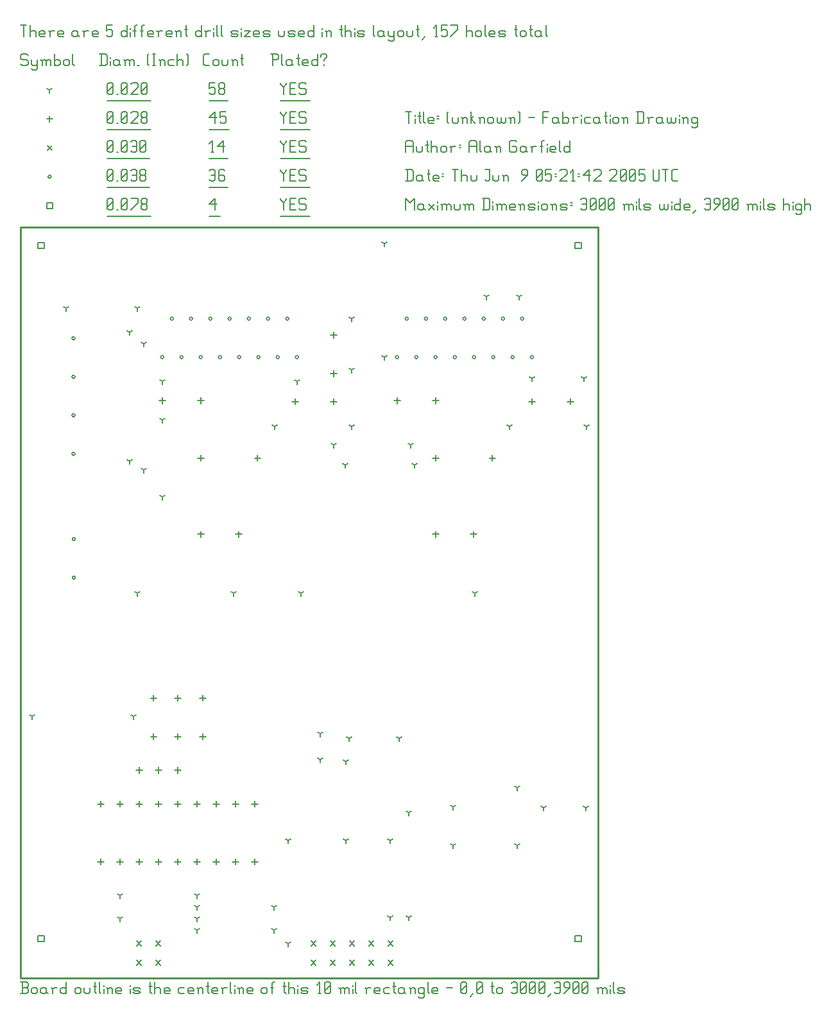
<source format=gbr>
G04 Title: (unknown), Fabrication Drawing *
G04 Creator: pcb-bin 20050315 *
G04 CreationDate: Thu Jun  9 05:21:42 2005 UTC *
G04 For: alan *
G04 Format: Gerber/RS-274X *
G04 PCB-Dimensions: 300000 390000 *
G04 PCB-Coordinate-Origin: lower left *
%MOIN*%
%FSLAX24Y24*%
%IPPOS*%
%ADD11C,0.0250*%
%ADD12C,0.0450*%
%ADD13C,0.0850*%
%ADD14C,0.0700*%
%ADD15C,0.1100*%
%ADD16C,0.0750*%
%ADD17C,0.0810*%
%ADD18C,0.0870*%
%ADD19C,0.1850*%
%ADD20C,0.1270*%
%ADD21C,0.1030*%
%ADD22C,0.0690*%
%ADD23C,0.1470*%
%ADD24C,0.1630*%
%ADD25C,0.1770*%
%ADD26C,0.1400*%
%ADD27R,0.0700X0.0700*%
%ADD28C,0.1000X0.0700*%
%ADD29C,0.1000*%
%ADD30C,0.0100*%
%ADD31C,0.0080*%
%ADD32C,0.0150*%
%ADD33C,0.0210*%
%AMTHERM1*7,0,0,0.0900,0.0700,0.0210,45*%
%ADD34THERM1*%
%ADD35R,0.0600X0.0600*%
%ADD36C,0.0600*%
%ADD37C,0.0200*%
%ADD38R,0.0660X0.0660*%
%ADD39C,0.0660*%
%ADD40C,0.0900*%
%ADD41C,0.0900X0.0700*%
%ADD42R,0.0900X0.0900X0.0700X0.0700*%
%ADD43R,0.0900X0.0900*%
%AMTHERM2*7,0,0,0.0900,0.0600,0.0200,45*%
%ADD44THERM2*%
%AMTHERM3*7,0,0,0.0840,0.0700,0.0210,45*%
%ADD45THERM3*%
%ADD46C,0.0901*%
%ADD47C,0.0800*%
%ADD48C,0.1000X0.0800*%
%ADD49C,0.0128*%
%ADD50C,0.0084*%
%ADD51C,0.0650*%
%ADD52C,0.1700*%
%ADD53C,0.1080*%
%ADD54C,0.1080X0.0650*%
%ADD55C,0.0225*%
%AMTHERM4*7,0,0,0.0900,0.0650,0.0225,45*%
%ADD56THERM4*%
%ADD57C,0.0900X0.0650*%
%ADD58C,0.1060*%
%ADD59C,0.1060X0.0650*%
%ADD60C,0.1160*%
%ADD61C,0.1160X0.0650*%
%LNGROUP_1*%
%LPD*%
G01X0Y0D02*
G54D31*X890Y2210D02*X1210D01*
X890D02*Y1890D01*
X1210D01*
Y2210D02*Y1890D01*
X890Y38210D02*X1210D01*
X890D02*Y37890D01*
X1210D01*
Y38210D02*Y37890D01*
X28790Y2210D02*X29110D01*
X28790D02*Y1890D01*
X29110D01*
Y2210D02*Y1890D01*
X28790Y38210D02*X29110D01*
X28790D02*Y37890D01*
X29110D01*
Y38210D02*Y37890D01*
X1340Y40285D02*X1660D01*
X1340D02*Y39965D01*
X1660D01*
Y40285D02*Y39965D01*
G04 Text: YES *
X13500Y40500D02*Y40425D01*
X13650Y40275D01*
X13800Y40425D01*
Y40500D02*Y40425D01*
X13650Y40275D02*Y39900D01*
X13980Y40200D02*X14205D01*
X13980Y39900D02*X14280D01*
X13980Y40500D02*Y39900D01*
Y40500D02*X14280D01*
X14760D02*X14835Y40425D01*
X14535Y40500D02*X14760D01*
X14460Y40425D02*X14535Y40500D01*
X14460Y40425D02*Y40275D01*
X14535Y40200D01*
X14760D01*
X14835Y40125D01*
Y39975D01*
X14760Y39900D02*X14835Y39975D01*
X14535Y39900D02*X14760D01*
X14460Y39975D02*X14535Y39900D01*
X13500Y39574D02*X15015D01*
G04 Text: 4 *
X9800Y40200D02*X10100Y40500D01*
X9800Y40200D02*X10175D01*
X10100Y40500D02*Y39900D01*
X9800Y39574D02*X10355D01*
G04 Text: 0.078 *
X4500Y39975D02*X4575Y39900D01*
X4500Y40425D02*Y39975D01*
Y40425D02*X4575Y40500D01*
X4725D01*
X4800Y40425D01*
Y39975D01*
X4725Y39900D02*X4800Y39975D01*
X4575Y39900D02*X4725D01*
X4500Y40050D02*X4800Y40350D01*
X4980Y39900D02*X5055D01*
X5235Y39975D02*X5310Y39900D01*
X5235Y40425D02*Y39975D01*
Y40425D02*X5310Y40500D01*
X5460D01*
X5535Y40425D01*
Y39975D01*
X5460Y39900D02*X5535Y39975D01*
X5310Y39900D02*X5460D01*
X5235Y40050D02*X5535Y40350D01*
X5715Y39900D02*X6090Y40275D01*
Y40500D02*Y40275D01*
X5715Y40500D02*X6090D01*
X6270Y39975D02*X6345Y39900D01*
X6270Y40125D02*Y39975D01*
Y40125D02*X6345Y40200D01*
X6495D01*
X6570Y40125D01*
Y39975D01*
X6495Y39900D02*X6570Y39975D01*
X6345Y39900D02*X6495D01*
X6270Y40275D02*X6345Y40200D01*
X6270Y40425D02*Y40275D01*
Y40425D02*X6345Y40500D01*
X6495D01*
X6570Y40425D01*
Y40275D01*
X6495Y40200D02*X6570Y40275D01*
X4500Y39574D02*X6750D01*
X2670Y20800D02*G75*G03X2830Y20800I80J0D01*G01*
G75*G03X2670Y20800I-80J0D01*G01*
Y22800D02*G75*G03X2830Y22800I80J0D01*G01*
G75*G03X2670Y22800I-80J0D01*G01*
X2656Y27231D02*G75*G03X2816Y27231I80J0D01*G01*
G75*G03X2656Y27231I-80J0D01*G01*
Y29231D02*G75*G03X2816Y29231I80J0D01*G01*
G75*G03X2656Y29231I-80J0D01*G01*
Y31231D02*G75*G03X2816Y31231I80J0D01*G01*
G75*G03X2656Y31231I-80J0D01*G01*
Y33231D02*G75*G03X2816Y33231I80J0D01*G01*
G75*G03X2656Y33231I-80J0D01*G01*
X7270Y32250D02*G75*G03X7430Y32250I80J0D01*G01*
G75*G03X7270Y32250I-80J0D01*G01*
X7770Y34250D02*G75*G03X7930Y34250I80J0D01*G01*
G75*G03X7770Y34250I-80J0D01*G01*
X8270Y32250D02*G75*G03X8430Y32250I80J0D01*G01*
G75*G03X8270Y32250I-80J0D01*G01*
X8770Y34250D02*G75*G03X8930Y34250I80J0D01*G01*
G75*G03X8770Y34250I-80J0D01*G01*
X9270Y32250D02*G75*G03X9430Y32250I80J0D01*G01*
G75*G03X9270Y32250I-80J0D01*G01*
X9770Y34250D02*G75*G03X9930Y34250I80J0D01*G01*
G75*G03X9770Y34250I-80J0D01*G01*
X10270Y32250D02*G75*G03X10430Y32250I80J0D01*G01*
G75*G03X10270Y32250I-80J0D01*G01*
X10770Y34250D02*G75*G03X10930Y34250I80J0D01*G01*
G75*G03X10770Y34250I-80J0D01*G01*
X11270Y32250D02*G75*G03X11430Y32250I80J0D01*G01*
G75*G03X11270Y32250I-80J0D01*G01*
X11770Y34250D02*G75*G03X11930Y34250I80J0D01*G01*
G75*G03X11770Y34250I-80J0D01*G01*
X12270Y32250D02*G75*G03X12430Y32250I80J0D01*G01*
G75*G03X12270Y32250I-80J0D01*G01*
X12770Y34250D02*G75*G03X12930Y34250I80J0D01*G01*
G75*G03X12770Y34250I-80J0D01*G01*
X13270Y32250D02*G75*G03X13430Y32250I80J0D01*G01*
G75*G03X13270Y32250I-80J0D01*G01*
X13770Y34250D02*G75*G03X13930Y34250I80J0D01*G01*
G75*G03X13770Y34250I-80J0D01*G01*
X14270Y32250D02*G75*G03X14430Y32250I80J0D01*G01*
G75*G03X14270Y32250I-80J0D01*G01*
X19470D02*G75*G03X19630Y32250I80J0D01*G01*
G75*G03X19470Y32250I-80J0D01*G01*
X19970Y34250D02*G75*G03X20130Y34250I80J0D01*G01*
G75*G03X19970Y34250I-80J0D01*G01*
X20470Y32250D02*G75*G03X20630Y32250I80J0D01*G01*
G75*G03X20470Y32250I-80J0D01*G01*
X20970Y34250D02*G75*G03X21130Y34250I80J0D01*G01*
G75*G03X20970Y34250I-80J0D01*G01*
X21470Y32250D02*G75*G03X21630Y32250I80J0D01*G01*
G75*G03X21470Y32250I-80J0D01*G01*
X21970Y34250D02*G75*G03X22130Y34250I80J0D01*G01*
G75*G03X21970Y34250I-80J0D01*G01*
X22470Y32250D02*G75*G03X22630Y32250I80J0D01*G01*
G75*G03X22470Y32250I-80J0D01*G01*
X22970Y34250D02*G75*G03X23130Y34250I80J0D01*G01*
G75*G03X22970Y34250I-80J0D01*G01*
X23470Y32250D02*G75*G03X23630Y32250I80J0D01*G01*
G75*G03X23470Y32250I-80J0D01*G01*
X23970Y34250D02*G75*G03X24130Y34250I80J0D01*G01*
G75*G03X23970Y34250I-80J0D01*G01*
X24470Y32250D02*G75*G03X24630Y32250I80J0D01*G01*
G75*G03X24470Y32250I-80J0D01*G01*
X24970Y34250D02*G75*G03X25130Y34250I80J0D01*G01*
G75*G03X24970Y34250I-80J0D01*G01*
X25470Y32250D02*G75*G03X25630Y32250I80J0D01*G01*
G75*G03X25470Y32250I-80J0D01*G01*
X25970Y34250D02*G75*G03X26130Y34250I80J0D01*G01*
G75*G03X25970Y34250I-80J0D01*G01*
X26470Y32250D02*G75*G03X26630Y32250I80J0D01*G01*
G75*G03X26470Y32250I-80J0D01*G01*
X1420Y41625D02*G75*G03X1580Y41625I80J0D01*G01*
G75*G03X1420Y41625I-80J0D01*G01*
G04 Text: YES *
X13500Y42000D02*Y41925D01*
X13650Y41775D01*
X13800Y41925D01*
Y42000D02*Y41925D01*
X13650Y41775D02*Y41400D01*
X13980Y41700D02*X14205D01*
X13980Y41400D02*X14280D01*
X13980Y42000D02*Y41400D01*
Y42000D02*X14280D01*
X14760D02*X14835Y41925D01*
X14535Y42000D02*X14760D01*
X14460Y41925D02*X14535Y42000D01*
X14460Y41925D02*Y41775D01*
X14535Y41700D01*
X14760D01*
X14835Y41625D01*
Y41475D01*
X14760Y41400D02*X14835Y41475D01*
X14535Y41400D02*X14760D01*
X14460Y41475D02*X14535Y41400D01*
X13500Y41074D02*X15015D01*
G04 Text: 36 *
X9800Y41925D02*X9875Y42000D01*
X10025D01*
X10100Y41925D01*
Y41475D01*
X10025Y41400D02*X10100Y41475D01*
X9875Y41400D02*X10025D01*
X9800Y41475D02*X9875Y41400D01*
Y41700D02*X10100D01*
X10505Y42000D02*X10580Y41925D01*
X10355Y42000D02*X10505D01*
X10280Y41925D02*X10355Y42000D01*
X10280Y41925D02*Y41475D01*
X10355Y41400D01*
X10505Y41700D02*X10580Y41625D01*
X10280Y41700D02*X10505D01*
X10355Y41400D02*X10505D01*
X10580Y41475D01*
Y41625D02*Y41475D01*
X9800Y41074D02*X10760D01*
G04 Text: 0.038 *
X4500Y41475D02*X4575Y41400D01*
X4500Y41925D02*Y41475D01*
Y41925D02*X4575Y42000D01*
X4725D01*
X4800Y41925D01*
Y41475D01*
X4725Y41400D02*X4800Y41475D01*
X4575Y41400D02*X4725D01*
X4500Y41550D02*X4800Y41850D01*
X4980Y41400D02*X5055D01*
X5235Y41475D02*X5310Y41400D01*
X5235Y41925D02*Y41475D01*
Y41925D02*X5310Y42000D01*
X5460D01*
X5535Y41925D01*
Y41475D01*
X5460Y41400D02*X5535Y41475D01*
X5310Y41400D02*X5460D01*
X5235Y41550D02*X5535Y41850D01*
X5715Y41925D02*X5790Y42000D01*
X5940D01*
X6015Y41925D01*
Y41475D01*
X5940Y41400D02*X6015Y41475D01*
X5790Y41400D02*X5940D01*
X5715Y41475D02*X5790Y41400D01*
Y41700D02*X6015D01*
X6195Y41475D02*X6270Y41400D01*
X6195Y41625D02*Y41475D01*
Y41625D02*X6270Y41700D01*
X6420D01*
X6495Y41625D01*
Y41475D01*
X6420Y41400D02*X6495Y41475D01*
X6270Y41400D02*X6420D01*
X6195Y41775D02*X6270Y41700D01*
X6195Y41925D02*Y41775D01*
Y41925D02*X6270Y42000D01*
X6420D01*
X6495Y41925D01*
Y41775D01*
X6420Y41700D02*X6495Y41775D01*
X4500Y41074D02*X6675D01*
X7030Y1920D02*X7270Y1680D01*
X7030D02*X7270Y1920D01*
X7030Y920D02*X7270Y680D01*
X7030D02*X7270Y920D01*
X19080Y1920D02*X19320Y1680D01*
X19080D02*X19320Y1920D01*
X19080Y920D02*X19320Y680D01*
X19080D02*X19320Y920D01*
X18080Y1920D02*X18320Y1680D01*
X18080D02*X18320Y1920D01*
X18080Y920D02*X18320Y680D01*
X18080D02*X18320Y920D01*
X17080Y1920D02*X17320Y1680D01*
X17080D02*X17320Y1920D01*
X17080Y920D02*X17320Y680D01*
X17080D02*X17320Y920D01*
X16080Y1920D02*X16320Y1680D01*
X16080D02*X16320Y1920D01*
X16080Y920D02*X16320Y680D01*
X16080D02*X16320Y920D01*
X15080Y1920D02*X15320Y1680D01*
X15080D02*X15320Y1920D01*
X15080Y920D02*X15320Y680D01*
X15080D02*X15320Y920D01*
X6030Y1920D02*X6270Y1680D01*
X6030D02*X6270Y1920D01*
X6030Y920D02*X6270Y680D01*
X6030D02*X6270Y920D01*
X1380Y43245D02*X1620Y43005D01*
X1380D02*X1620Y43245D01*
G04 Text: YES *
X13500Y43500D02*Y43425D01*
X13650Y43275D01*
X13800Y43425D01*
Y43500D02*Y43425D01*
X13650Y43275D02*Y42900D01*
X13980Y43200D02*X14205D01*
X13980Y42900D02*X14280D01*
X13980Y43500D02*Y42900D01*
Y43500D02*X14280D01*
X14760D02*X14835Y43425D01*
X14535Y43500D02*X14760D01*
X14460Y43425D02*X14535Y43500D01*
X14460Y43425D02*Y43275D01*
X14535Y43200D01*
X14760D01*
X14835Y43125D01*
Y42975D01*
X14760Y42900D02*X14835Y42975D01*
X14535Y42900D02*X14760D01*
X14460Y42975D02*X14535Y42900D01*
X13500Y42574D02*X15015D01*
G04 Text: 14 *
X9875Y42900D02*X10025D01*
X9950Y43500D02*Y42900D01*
X9800Y43350D02*X9950Y43500D01*
X10205Y43200D02*X10505Y43500D01*
X10205Y43200D02*X10580D01*
X10505Y43500D02*Y42900D01*
X9800Y42574D02*X10760D01*
G04 Text: 0.030 *
X4500Y42975D02*X4575Y42900D01*
X4500Y43425D02*Y42975D01*
Y43425D02*X4575Y43500D01*
X4725D01*
X4800Y43425D01*
Y42975D01*
X4725Y42900D02*X4800Y42975D01*
X4575Y42900D02*X4725D01*
X4500Y43050D02*X4800Y43350D01*
X4980Y42900D02*X5055D01*
X5235Y42975D02*X5310Y42900D01*
X5235Y43425D02*Y42975D01*
Y43425D02*X5310Y43500D01*
X5460D01*
X5535Y43425D01*
Y42975D01*
X5460Y42900D02*X5535Y42975D01*
X5310Y42900D02*X5460D01*
X5235Y43050D02*X5535Y43350D01*
X5715Y43425D02*X5790Y43500D01*
X5940D01*
X6015Y43425D01*
Y42975D01*
X5940Y42900D02*X6015Y42975D01*
X5790Y42900D02*X5940D01*
X5715Y42975D02*X5790Y42900D01*
Y43200D02*X6015D01*
X6195Y42975D02*X6270Y42900D01*
X6195Y43425D02*Y42975D01*
Y43425D02*X6270Y43500D01*
X6420D01*
X6495Y43425D01*
Y42975D01*
X6420Y42900D02*X6495Y42975D01*
X6270Y42900D02*X6420D01*
X6195Y43050D02*X6495Y43350D01*
X4500Y42574D02*X6675D01*
X8150Y10960D02*Y10640D01*
X7990Y10800D02*X8310D01*
X7150Y10960D02*Y10640D01*
X6990Y10800D02*X7310D01*
X6150Y10960D02*Y10640D01*
X5990Y10800D02*X6310D01*
X9450Y14710D02*Y14390D01*
X9290Y14550D02*X9610D01*
X9450Y12710D02*Y12390D01*
X9290Y12550D02*X9610D01*
X4150Y6210D02*Y5890D01*
X3990Y6050D02*X4310D01*
X5150Y6210D02*Y5890D01*
X4990Y6050D02*X5310D01*
X6150Y6210D02*Y5890D01*
X5990Y6050D02*X6310D01*
X7150Y6210D02*Y5890D01*
X6990Y6050D02*X7310D01*
X8150Y6210D02*Y5890D01*
X7990Y6050D02*X8310D01*
X9150Y6210D02*Y5890D01*
X8990Y6050D02*X9310D01*
X10150Y6210D02*Y5890D01*
X9990Y6050D02*X10310D01*
X11150Y6210D02*Y5890D01*
X10990Y6050D02*X11310D01*
X12150Y6210D02*Y5890D01*
X11990Y6050D02*X12310D01*
X12150Y9210D02*Y8890D01*
X11990Y9050D02*X12310D01*
X11150Y9210D02*Y8890D01*
X10990Y9050D02*X11310D01*
X10150Y9210D02*Y8890D01*
X9990Y9050D02*X10310D01*
X9150Y9210D02*Y8890D01*
X8990Y9050D02*X9310D01*
X8150Y9210D02*Y8890D01*
X7990Y9050D02*X8310D01*
X7150Y9210D02*Y8890D01*
X6990Y9050D02*X7310D01*
X6150Y9210D02*Y8890D01*
X5990Y9050D02*X6310D01*
X5150Y9210D02*Y8890D01*
X4990Y9050D02*X5310D01*
X4150Y9210D02*Y8890D01*
X3990Y9050D02*X4310D01*
X8150Y12710D02*Y12390D01*
X7990Y12550D02*X8310D01*
X8150Y14710D02*Y14390D01*
X7990Y14550D02*X8310D01*
X12302Y27174D02*Y26854D01*
X12142Y27014D02*X12462D01*
X9354Y27175D02*Y26855D01*
X9194Y27015D02*X9514D01*
X9350Y30160D02*Y29840D01*
X9190Y30000D02*X9510D01*
X7350Y30160D02*Y29840D01*
X7190Y30000D02*X7510D01*
X16250Y31560D02*Y31240D01*
X16090Y31400D02*X16410D01*
X16250Y33560D02*Y33240D01*
X16090Y33400D02*X16410D01*
X23525Y23219D02*Y22899D01*
X23365Y23059D02*X23685D01*
X21556Y23219D02*Y22899D01*
X21396Y23059D02*X21716D01*
X16250Y30110D02*Y29790D01*
X16090Y29950D02*X16410D01*
X14250Y30110D02*Y29790D01*
X14090Y29950D02*X14410D01*
X28550Y30110D02*Y29790D01*
X28390Y29950D02*X28710D01*
X26550Y30110D02*Y29790D01*
X26390Y29950D02*X26710D01*
X11325Y23219D02*Y22899D01*
X11165Y23059D02*X11485D01*
X9356Y23219D02*Y22899D01*
X9196Y23059D02*X9516D01*
X21550Y30160D02*Y29840D01*
X21390Y30000D02*X21710D01*
X19550Y30160D02*Y29840D01*
X19390Y30000D02*X19710D01*
X24502Y27174D02*Y26854D01*
X24342Y27014D02*X24662D01*
X21554Y27175D02*Y26855D01*
X21394Y27015D02*X21714D01*
X6900Y14710D02*Y14390D01*
X6740Y14550D02*X7060D01*
X6900Y12710D02*Y12390D01*
X6740Y12550D02*X7060D01*
X1500Y44785D02*Y44465D01*
X1340Y44625D02*X1660D01*
G04 Text: YES *
X13500Y45000D02*Y44925D01*
X13650Y44775D01*
X13800Y44925D01*
Y45000D02*Y44925D01*
X13650Y44775D02*Y44400D01*
X13980Y44700D02*X14205D01*
X13980Y44400D02*X14280D01*
X13980Y45000D02*Y44400D01*
Y45000D02*X14280D01*
X14760D02*X14835Y44925D01*
X14535Y45000D02*X14760D01*
X14460Y44925D02*X14535Y45000D01*
X14460Y44925D02*Y44775D01*
X14535Y44700D01*
X14760D01*
X14835Y44625D01*
Y44475D01*
X14760Y44400D02*X14835Y44475D01*
X14535Y44400D02*X14760D01*
X14460Y44475D02*X14535Y44400D01*
X13500Y44074D02*X15015D01*
G04 Text: 45 *
X9800Y44700D02*X10100Y45000D01*
X9800Y44700D02*X10175D01*
X10100Y45000D02*Y44400D01*
X10355Y45000D02*X10655D01*
X10355D02*Y44700D01*
X10430Y44775D01*
X10580D01*
X10655Y44700D01*
Y44475D01*
X10580Y44400D02*X10655Y44475D01*
X10430Y44400D02*X10580D01*
X10355Y44475D02*X10430Y44400D01*
X9800Y44074D02*X10835D01*
G04 Text: 0.028 *
X4500Y44475D02*X4575Y44400D01*
X4500Y44925D02*Y44475D01*
Y44925D02*X4575Y45000D01*
X4725D01*
X4800Y44925D01*
Y44475D01*
X4725Y44400D02*X4800Y44475D01*
X4575Y44400D02*X4725D01*
X4500Y44550D02*X4800Y44850D01*
X4980Y44400D02*X5055D01*
X5235Y44475D02*X5310Y44400D01*
X5235Y44925D02*Y44475D01*
Y44925D02*X5310Y45000D01*
X5460D01*
X5535Y44925D01*
Y44475D01*
X5460Y44400D02*X5535Y44475D01*
X5310Y44400D02*X5460D01*
X5235Y44550D02*X5535Y44850D01*
X5715Y44925D02*X5790Y45000D01*
X6015D01*
X6090Y44925D01*
Y44775D01*
X5715Y44400D02*X6090Y44775D01*
X5715Y44400D02*X6090D01*
X6270Y44475D02*X6345Y44400D01*
X6270Y44625D02*Y44475D01*
Y44625D02*X6345Y44700D01*
X6495D01*
X6570Y44625D01*
Y44475D01*
X6495Y44400D02*X6570Y44475D01*
X6345Y44400D02*X6495D01*
X6270Y44775D02*X6345Y44700D01*
X6270Y44925D02*Y44775D01*
Y44925D02*X6345Y45000D01*
X6495D01*
X6570Y44925D01*
Y44775D01*
X6495Y44700D02*X6570Y44775D01*
X4500Y44074D02*X6750D01*
X22450Y6900D02*Y6740D01*
Y6900D02*X22588Y6980D01*
X22450Y6900D02*X22311Y6980D01*
X22450Y8900D02*Y8740D01*
Y8900D02*X22588Y8980D01*
X22450Y8900D02*X22311Y8980D01*
X13150Y2500D02*Y2340D01*
Y2500D02*X13288Y2580D01*
X13150Y2500D02*X13011Y2580D01*
X9150Y2500D02*Y2340D01*
Y2500D02*X9288Y2580D01*
X9150Y2500D02*X9011Y2580D01*
X5150Y3100D02*Y2940D01*
Y3100D02*X5288Y3180D01*
X5150Y3100D02*X5011Y3180D01*
X9150Y3100D02*Y2940D01*
Y3100D02*X9288Y3180D01*
X9150Y3100D02*X9011Y3180D01*
X5150Y4300D02*Y4140D01*
Y4300D02*X5288Y4380D01*
X5150Y4300D02*X5011Y4380D01*
X9150Y4300D02*Y4140D01*
Y4300D02*X9288Y4380D01*
X9150Y4300D02*X9011Y4380D01*
X13150Y3700D02*Y3540D01*
Y3700D02*X13288Y3780D01*
X13150Y3700D02*X13011Y3780D01*
X9150Y3700D02*Y3540D01*
Y3700D02*X9288Y3780D01*
X9150Y3700D02*X9011Y3780D01*
X17200Y28650D02*Y28490D01*
Y28650D02*X17338Y28730D01*
X17200Y28650D02*X17061Y28730D01*
X13200Y28650D02*Y28490D01*
Y28650D02*X13338Y28730D01*
X13200Y28650D02*X13061Y28730D01*
X29400Y28650D02*Y28490D01*
Y28650D02*X29538Y28730D01*
X29400Y28650D02*X29261Y28730D01*
X25400Y28650D02*Y28490D01*
Y28650D02*X25538Y28730D01*
X25400Y28650D02*X25261Y28730D01*
X19200Y3150D02*Y2990D01*
Y3150D02*X19338Y3230D01*
X19200Y3150D02*X19061Y3230D01*
X19200Y7150D02*Y6990D01*
Y7150D02*X19338Y7230D01*
X19200Y7150D02*X19061Y7230D01*
X16250Y27700D02*Y27540D01*
Y27700D02*X16388Y27780D01*
X16250Y27700D02*X16111Y27780D01*
X20250Y27700D02*Y27540D01*
Y27700D02*X20388Y27780D01*
X20250Y27700D02*X20111Y27780D01*
X7350Y25000D02*Y24840D01*
Y25000D02*X7488Y25080D01*
X7350Y25000D02*X7211Y25080D01*
X7350Y29000D02*Y28840D01*
Y29000D02*X7488Y29080D01*
X7350Y29000D02*X7211Y29080D01*
X13900Y1800D02*Y1640D01*
Y1800D02*X14038Y1880D01*
X13900Y1800D02*X13761Y1880D01*
X15550Y11350D02*Y11190D01*
Y11350D02*X15688Y11430D01*
X15550Y11350D02*X15411Y11430D01*
X5650Y33550D02*Y33390D01*
Y33550D02*X5788Y33630D01*
X5650Y33550D02*X5511Y33630D01*
X6400Y32950D02*Y32790D01*
Y32950D02*X6538Y33030D01*
X6400Y32950D02*X6261Y33030D01*
X5650Y26850D02*Y26690D01*
Y26850D02*X5788Y26930D01*
X5650Y26850D02*X5511Y26930D01*
X6400Y26400D02*Y26240D01*
Y26400D02*X6538Y26480D01*
X6400Y26400D02*X6261Y26480D01*
X14350Y31000D02*Y30840D01*
Y31000D02*X14488Y31080D01*
X14350Y31000D02*X14211Y31080D01*
X17200Y34250D02*Y34090D01*
Y34250D02*X17338Y34330D01*
X17200Y34250D02*X17061Y34330D01*
X17200Y31600D02*Y31440D01*
Y31600D02*X17338Y31680D01*
X17200Y31600D02*X17061Y31680D01*
X25900Y35400D02*Y35240D01*
Y35400D02*X26038Y35480D01*
X25900Y35400D02*X25761Y35480D01*
X20450Y26650D02*Y26490D01*
Y26650D02*X20588Y26730D01*
X20450Y26650D02*X20311Y26730D01*
X16850Y26650D02*Y26490D01*
Y26650D02*X16988Y26730D01*
X16850Y26650D02*X16711Y26730D01*
X18900Y32250D02*Y32090D01*
Y32250D02*X19038Y32330D01*
X18900Y32250D02*X18761Y32330D01*
X18900Y38150D02*Y37990D01*
Y38150D02*X19038Y38230D01*
X18900Y38150D02*X18761Y38230D01*
X7350Y31000D02*Y30840D01*
Y31000D02*X7488Y31080D01*
X7350Y31000D02*X7211Y31080D01*
X29250Y31150D02*Y30990D01*
Y31150D02*X29388Y31230D01*
X29250Y31150D02*X29111Y31230D01*
X26550Y31150D02*Y30990D01*
Y31150D02*X26688Y31230D01*
X26550Y31150D02*X26411Y31230D01*
X15550Y12700D02*Y12540D01*
Y12700D02*X15688Y12780D01*
X15550Y12700D02*X15411Y12780D01*
X29350Y8850D02*Y8690D01*
Y8850D02*X29488Y8930D01*
X29350Y8850D02*X29211Y8930D01*
X6050Y20000D02*Y19840D01*
Y20000D02*X6188Y20080D01*
X6050Y20000D02*X5911Y20080D01*
X11050Y20000D02*Y19840D01*
Y20000D02*X11188Y20080D01*
X11050Y20000D02*X10911Y20080D01*
X14550Y20000D02*Y19840D01*
Y20000D02*X14688Y20080D01*
X14550Y20000D02*X14411Y20080D01*
X23600Y20000D02*Y19840D01*
Y20000D02*X23738Y20080D01*
X23600Y20000D02*X23461Y20080D01*
X19650Y12450D02*Y12290D01*
Y12450D02*X19788Y12530D01*
X19650Y12450D02*X19511Y12530D01*
X24200Y35400D02*Y35240D01*
Y35400D02*X24338Y35480D01*
X24200Y35400D02*X24061Y35480D01*
X27150Y8850D02*Y8690D01*
Y8850D02*X27288Y8930D01*
X27150Y8850D02*X27011Y8930D01*
X2350Y34800D02*Y34640D01*
Y34800D02*X2488Y34880D01*
X2350Y34800D02*X2211Y34880D01*
X6050Y34800D02*Y34640D01*
Y34800D02*X6188Y34880D01*
X6050Y34800D02*X5911Y34880D01*
X600Y13600D02*Y13440D01*
Y13600D02*X738Y13680D01*
X600Y13600D02*X461Y13680D01*
X13900Y7150D02*Y6990D01*
Y7150D02*X14038Y7230D01*
X13900Y7150D02*X13761Y7230D01*
X5850Y13600D02*Y13440D01*
Y13600D02*X5988Y13680D01*
X5850Y13600D02*X5711Y13680D01*
X16900Y11250D02*Y11090D01*
Y11250D02*X17038Y11330D01*
X16900Y11250D02*X16761Y11330D01*
X16900Y7150D02*Y6990D01*
Y7150D02*X17038Y7230D01*
X16900Y7150D02*X16761Y7230D01*
X20150Y3150D02*Y2990D01*
Y3150D02*X20288Y3230D01*
X20150Y3150D02*X20011Y3230D01*
X20150Y8600D02*Y8440D01*
Y8600D02*X20288Y8680D01*
X20150Y8600D02*X20011Y8680D01*
X17050Y12450D02*Y12290D01*
Y12450D02*X17188Y12530D01*
X17050Y12450D02*X16911Y12530D01*
X25800Y9900D02*Y9740D01*
Y9900D02*X25938Y9980D01*
X25800Y9900D02*X25661Y9980D01*
X25800Y6900D02*Y6740D01*
Y6900D02*X25938Y6980D01*
X25800Y6900D02*X25661Y6980D01*
X1500Y46125D02*Y45965D01*
Y46125D02*X1638Y46205D01*
X1500Y46125D02*X1361Y46205D01*
G04 Text: YES *
X13500Y46500D02*Y46425D01*
X13650Y46275D01*
X13800Y46425D01*
Y46500D02*Y46425D01*
X13650Y46275D02*Y45900D01*
X13980Y46200D02*X14205D01*
X13980Y45900D02*X14280D01*
X13980Y46500D02*Y45900D01*
Y46500D02*X14280D01*
X14760D02*X14835Y46425D01*
X14535Y46500D02*X14760D01*
X14460Y46425D02*X14535Y46500D01*
X14460Y46425D02*Y46275D01*
X14535Y46200D01*
X14760D01*
X14835Y46125D01*
Y45975D01*
X14760Y45900D02*X14835Y45975D01*
X14535Y45900D02*X14760D01*
X14460Y45975D02*X14535Y45900D01*
X13500Y45574D02*X15015D01*
G04 Text: 58 *
X9800Y46500D02*X10100D01*
X9800D02*Y46200D01*
X9875Y46275D01*
X10025D01*
X10100Y46200D01*
Y45975D01*
X10025Y45900D02*X10100Y45975D01*
X9875Y45900D02*X10025D01*
X9800Y45975D02*X9875Y45900D01*
X10280Y45975D02*X10355Y45900D01*
X10280Y46125D02*Y45975D01*
Y46125D02*X10355Y46200D01*
X10505D01*
X10580Y46125D01*
Y45975D01*
X10505Y45900D02*X10580Y45975D01*
X10355Y45900D02*X10505D01*
X10280Y46275D02*X10355Y46200D01*
X10280Y46425D02*Y46275D01*
Y46425D02*X10355Y46500D01*
X10505D01*
X10580Y46425D01*
Y46275D01*
X10505Y46200D02*X10580Y46275D01*
X9800Y45574D02*X10760D01*
G04 Text: 0.020 *
X4500Y45975D02*X4575Y45900D01*
X4500Y46425D02*Y45975D01*
Y46425D02*X4575Y46500D01*
X4725D01*
X4800Y46425D01*
Y45975D01*
X4725Y45900D02*X4800Y45975D01*
X4575Y45900D02*X4725D01*
X4500Y46050D02*X4800Y46350D01*
X4980Y45900D02*X5055D01*
X5235Y45975D02*X5310Y45900D01*
X5235Y46425D02*Y45975D01*
Y46425D02*X5310Y46500D01*
X5460D01*
X5535Y46425D01*
Y45975D01*
X5460Y45900D02*X5535Y45975D01*
X5310Y45900D02*X5460D01*
X5235Y46050D02*X5535Y46350D01*
X5715Y46425D02*X5790Y46500D01*
X6015D01*
X6090Y46425D01*
Y46275D01*
X5715Y45900D02*X6090Y46275D01*
X5715Y45900D02*X6090D01*
X6270Y45975D02*X6345Y45900D01*
X6270Y46425D02*Y45975D01*
Y46425D02*X6345Y46500D01*
X6495D01*
X6570Y46425D01*
Y45975D01*
X6495Y45900D02*X6570Y45975D01*
X6345Y45900D02*X6495D01*
X6270Y46050D02*X6570Y46350D01*
X4500Y45574D02*X6750D01*
G04 Text: Symbol *
X300Y48000D02*X375Y47925D01*
X75Y48000D02*X300D01*
X0Y47925D02*X75Y48000D01*
X0Y47925D02*Y47775D01*
X75Y47700D01*
X300D01*
X375Y47625D01*
Y47475D01*
X300Y47400D02*X375Y47475D01*
X75Y47400D02*X300D01*
X0Y47475D02*X75Y47400D01*
X555Y47700D02*Y47475D01*
X630Y47400D01*
X855Y47700D02*Y47250D01*
X780Y47175D02*X855Y47250D01*
X630Y47175D02*X780D01*
X555Y47250D02*X630Y47175D01*
Y47400D02*X780D01*
X855Y47475D01*
X1110Y47625D02*Y47400D01*
Y47625D02*X1185Y47700D01*
X1260D01*
X1335Y47625D01*
Y47400D01*
Y47625D02*X1410Y47700D01*
X1485D01*
X1560Y47625D01*
Y47400D01*
X1035Y47700D02*X1110Y47625D01*
X1740Y48000D02*Y47400D01*
Y47475D02*X1815Y47400D01*
X1965D01*
X2040Y47475D01*
Y47625D02*Y47475D01*
X1965Y47700D02*X2040Y47625D01*
X1815Y47700D02*X1965D01*
X1740Y47625D02*X1815Y47700D01*
X2220Y47625D02*Y47475D01*
Y47625D02*X2295Y47700D01*
X2445D01*
X2520Y47625D01*
Y47475D01*
X2445Y47400D02*X2520Y47475D01*
X2295Y47400D02*X2445D01*
X2220Y47475D02*X2295Y47400D01*
X2700Y48000D02*Y47475D01*
X2775Y47400D01*
G04 Text: Diam. (Inch) *
X4175Y48000D02*Y47400D01*
X4400Y48000D02*X4475Y47925D01*
Y47475D01*
X4400Y47400D02*X4475Y47475D01*
X4100Y47400D02*X4400D01*
X4100Y48000D02*X4400D01*
X4655Y47850D02*Y47775D01*
Y47625D02*Y47400D01*
X5030Y47700D02*X5105Y47625D01*
X4880Y47700D02*X5030D01*
X4805Y47625D02*X4880Y47700D01*
X4805Y47625D02*Y47475D01*
X4880Y47400D01*
X5105Y47700D02*Y47475D01*
X5180Y47400D01*
X4880D02*X5030D01*
X5105Y47475D01*
X5435Y47625D02*Y47400D01*
Y47625D02*X5510Y47700D01*
X5585D01*
X5660Y47625D01*
Y47400D01*
Y47625D02*X5735Y47700D01*
X5810D01*
X5885Y47625D01*
Y47400D01*
X5360Y47700D02*X5435Y47625D01*
X6065Y47400D02*X6140D01*
X6590Y47475D02*X6665Y47400D01*
X6590Y47925D02*X6665Y48000D01*
X6590Y47925D02*Y47475D01*
X6845Y48000D02*X6995D01*
X6920D02*Y47400D01*
X6845D02*X6995D01*
X7251Y47625D02*Y47400D01*
Y47625D02*X7326Y47700D01*
X7401D01*
X7476Y47625D01*
Y47400D01*
X7176Y47700D02*X7251Y47625D01*
X7731Y47700D02*X7956D01*
X7656Y47625D02*X7731Y47700D01*
X7656Y47625D02*Y47475D01*
X7731Y47400D01*
X7956D01*
X8136Y48000D02*Y47400D01*
Y47625D02*X8211Y47700D01*
X8361D01*
X8436Y47625D01*
Y47400D01*
X8616Y48000D02*X8691Y47925D01*
Y47475D01*
X8616Y47400D02*X8691Y47475D01*
G04 Text: Count *
X9575Y47400D02*X9800D01*
X9500Y47475D02*X9575Y47400D01*
X9500Y47925D02*Y47475D01*
Y47925D02*X9575Y48000D01*
X9800D01*
X9980Y47625D02*Y47475D01*
Y47625D02*X10055Y47700D01*
X10205D01*
X10280Y47625D01*
Y47475D01*
X10205Y47400D02*X10280Y47475D01*
X10055Y47400D02*X10205D01*
X9980Y47475D02*X10055Y47400D01*
X10460Y47700D02*Y47475D01*
X10535Y47400D01*
X10685D01*
X10760Y47475D01*
Y47700D02*Y47475D01*
X11015Y47625D02*Y47400D01*
Y47625D02*X11090Y47700D01*
X11165D01*
X11240Y47625D01*
Y47400D01*
X10940Y47700D02*X11015Y47625D01*
X11495Y48000D02*Y47475D01*
X11570Y47400D01*
X11420Y47775D02*X11570D01*
G04 Text: Plated? *
X13075Y48000D02*Y47400D01*
X13000Y48000D02*X13300D01*
X13375Y47925D01*
Y47775D01*
X13300Y47700D02*X13375Y47775D01*
X13075Y47700D02*X13300D01*
X13555Y48000D02*Y47475D01*
X13630Y47400D01*
X14005Y47700D02*X14080Y47625D01*
X13855Y47700D02*X14005D01*
X13780Y47625D02*X13855Y47700D01*
X13780Y47625D02*Y47475D01*
X13855Y47400D01*
X14080Y47700D02*Y47475D01*
X14155Y47400D01*
X13855D02*X14005D01*
X14080Y47475D01*
X14410Y48000D02*Y47475D01*
X14485Y47400D01*
X14335Y47775D02*X14485D01*
X14710Y47400D02*X14935D01*
X14635Y47475D02*X14710Y47400D01*
X14635Y47625D02*Y47475D01*
Y47625D02*X14710Y47700D01*
X14860D01*
X14935Y47625D01*
X14635Y47550D02*X14935D01*
Y47625D02*Y47550D01*
X15415Y48000D02*Y47400D01*
X15340D02*X15415Y47475D01*
X15190Y47400D02*X15340D01*
X15115Y47475D02*X15190Y47400D01*
X15115Y47625D02*Y47475D01*
Y47625D02*X15190Y47700D01*
X15340D01*
X15415Y47625D01*
X15745Y47700D02*Y47625D01*
Y47475D02*Y47400D01*
X15595Y47925D02*Y47850D01*
Y47925D02*X15670Y48000D01*
X15820D01*
X15895Y47925D01*
Y47850D01*
X15745Y47700D02*X15895Y47850D01*
G04 Text: There are 5 different drill sizes used in this layout, 157 holes total *
X0Y49500D02*X300D01*
X150D02*Y48900D01*
X480Y49500D02*Y48900D01*
Y49125D02*X555Y49200D01*
X705D01*
X780Y49125D01*
Y48900D01*
X1035D02*X1260D01*
X960Y48975D02*X1035Y48900D01*
X960Y49125D02*Y48975D01*
Y49125D02*X1035Y49200D01*
X1185D01*
X1260Y49125D01*
X960Y49050D02*X1260D01*
Y49125D02*Y49050D01*
X1515Y49125D02*Y48900D01*
Y49125D02*X1590Y49200D01*
X1740D01*
X1440D02*X1515Y49125D01*
X1995Y48900D02*X2220D01*
X1920Y48975D02*X1995Y48900D01*
X1920Y49125D02*Y48975D01*
Y49125D02*X1995Y49200D01*
X2145D01*
X2220Y49125D01*
X1920Y49050D02*X2220D01*
Y49125D02*Y49050D01*
X2895Y49200D02*X2970Y49125D01*
X2745Y49200D02*X2895D01*
X2670Y49125D02*X2745Y49200D01*
X2670Y49125D02*Y48975D01*
X2745Y48900D01*
X2970Y49200D02*Y48975D01*
X3045Y48900D01*
X2745D02*X2895D01*
X2970Y48975D01*
X3300Y49125D02*Y48900D01*
Y49125D02*X3375Y49200D01*
X3525D01*
X3225D02*X3300Y49125D01*
X3781Y48900D02*X4006D01*
X3706Y48975D02*X3781Y48900D01*
X3706Y49125D02*Y48975D01*
Y49125D02*X3781Y49200D01*
X3931D01*
X4006Y49125D01*
X3706Y49050D02*X4006D01*
Y49125D02*Y49050D01*
X4456Y49500D02*X4756D01*
X4456D02*Y49200D01*
X4531Y49275D01*
X4681D01*
X4756Y49200D01*
Y48975D01*
X4681Y48900D02*X4756Y48975D01*
X4531Y48900D02*X4681D01*
X4456Y48975D02*X4531Y48900D01*
X5506Y49500D02*Y48900D01*
X5431D02*X5506Y48975D01*
X5281Y48900D02*X5431D01*
X5206Y48975D02*X5281Y48900D01*
X5206Y49125D02*Y48975D01*
Y49125D02*X5281Y49200D01*
X5431D01*
X5506Y49125D01*
X5686Y49350D02*Y49275D01*
Y49125D02*Y48900D01*
X5911Y49425D02*Y48900D01*
Y49425D02*X5986Y49500D01*
X6061D01*
X5836Y49200D02*X5986D01*
X6286Y49425D02*Y48900D01*
Y49425D02*X6361Y49500D01*
X6436D01*
X6211Y49200D02*X6361D01*
X6661Y48900D02*X6886D01*
X6586Y48975D02*X6661Y48900D01*
X6586Y49125D02*Y48975D01*
Y49125D02*X6661Y49200D01*
X6811D01*
X6886Y49125D01*
X6586Y49050D02*X6886D01*
Y49125D02*Y49050D01*
X7142Y49125D02*Y48900D01*
Y49125D02*X7217Y49200D01*
X7367D01*
X7067D02*X7142Y49125D01*
X7622Y48900D02*X7847D01*
X7547Y48975D02*X7622Y48900D01*
X7547Y49125D02*Y48975D01*
Y49125D02*X7622Y49200D01*
X7772D01*
X7847Y49125D01*
X7547Y49050D02*X7847D01*
Y49125D02*Y49050D01*
X8102Y49125D02*Y48900D01*
Y49125D02*X8177Y49200D01*
X8252D01*
X8327Y49125D01*
Y48900D01*
X8027Y49200D02*X8102Y49125D01*
X8582Y49500D02*Y48975D01*
X8657Y48900D01*
X8507Y49275D02*X8657D01*
X9377Y49500D02*Y48900D01*
X9302D02*X9377Y48975D01*
X9152Y48900D02*X9302D01*
X9077Y48975D02*X9152Y48900D01*
X9077Y49125D02*Y48975D01*
Y49125D02*X9152Y49200D01*
X9302D01*
X9377Y49125D01*
X9632D02*Y48900D01*
Y49125D02*X9707Y49200D01*
X9857D01*
X9557D02*X9632Y49125D01*
X10038Y49350D02*Y49275D01*
Y49125D02*Y48900D01*
X10188Y49500D02*Y48975D01*
X10263Y48900D01*
X10413Y49500D02*Y48975D01*
X10488Y48900D01*
X10983D02*X11208D01*
X11283Y48975D01*
X11208Y49050D02*X11283Y48975D01*
X10983Y49050D02*X11208D01*
X10908Y49125D02*X10983Y49050D01*
X10908Y49125D02*X10983Y49200D01*
X11208D01*
X11283Y49125D01*
X10908Y48975D02*X10983Y48900D01*
X11463Y49350D02*Y49275D01*
Y49125D02*Y48900D01*
X11613Y49200D02*X11913D01*
X11613Y48900D02*X11913Y49200D01*
X11613Y48900D02*X11913D01*
X12168D02*X12393D01*
X12093Y48975D02*X12168Y48900D01*
X12093Y49125D02*Y48975D01*
Y49125D02*X12168Y49200D01*
X12318D01*
X12393Y49125D01*
X12093Y49050D02*X12393D01*
Y49125D02*Y49050D01*
X12649Y48900D02*X12874D01*
X12949Y48975D01*
X12874Y49050D02*X12949Y48975D01*
X12649Y49050D02*X12874D01*
X12574Y49125D02*X12649Y49050D01*
X12574Y49125D02*X12649Y49200D01*
X12874D01*
X12949Y49125D01*
X12574Y48975D02*X12649Y48900D01*
X13399Y49200D02*Y48975D01*
X13474Y48900D01*
X13624D01*
X13699Y48975D01*
Y49200D02*Y48975D01*
X13954Y48900D02*X14179D01*
X14254Y48975D01*
X14179Y49050D02*X14254Y48975D01*
X13954Y49050D02*X14179D01*
X13879Y49125D02*X13954Y49050D01*
X13879Y49125D02*X13954Y49200D01*
X14179D01*
X14254Y49125D01*
X13879Y48975D02*X13954Y48900D01*
X14509D02*X14734D01*
X14434Y48975D02*X14509Y48900D01*
X14434Y49125D02*Y48975D01*
Y49125D02*X14509Y49200D01*
X14659D01*
X14734Y49125D01*
X14434Y49050D02*X14734D01*
Y49125D02*Y49050D01*
X15214Y49500D02*Y48900D01*
X15139D02*X15214Y48975D01*
X14989Y48900D02*X15139D01*
X14914Y48975D02*X14989Y48900D01*
X14914Y49125D02*Y48975D01*
Y49125D02*X14989Y49200D01*
X15139D01*
X15214Y49125D01*
X15664Y49350D02*Y49275D01*
Y49125D02*Y48900D01*
X15889Y49125D02*Y48900D01*
Y49125D02*X15964Y49200D01*
X16039D01*
X16114Y49125D01*
Y48900D01*
X15814Y49200D02*X15889Y49125D01*
X16640Y49500D02*Y48975D01*
X16715Y48900D01*
X16565Y49275D02*X16715D01*
X16865Y49500D02*Y48900D01*
Y49125D02*X16940Y49200D01*
X17090D01*
X17165Y49125D01*
Y48900D01*
X17345Y49350D02*Y49275D01*
Y49125D02*Y48900D01*
X17570D02*X17795D01*
X17870Y48975D01*
X17795Y49050D02*X17870Y48975D01*
X17570Y49050D02*X17795D01*
X17495Y49125D02*X17570Y49050D01*
X17495Y49125D02*X17570Y49200D01*
X17795D01*
X17870Y49125D01*
X17495Y48975D02*X17570Y48900D01*
X18320Y49500D02*Y48975D01*
X18395Y48900D01*
X18770Y49200D02*X18845Y49125D01*
X18620Y49200D02*X18770D01*
X18545Y49125D02*X18620Y49200D01*
X18545Y49125D02*Y48975D01*
X18620Y48900D01*
X18845Y49200D02*Y48975D01*
X18920Y48900D01*
X18620D02*X18770D01*
X18845Y48975D01*
X19101Y49200D02*Y48975D01*
X19176Y48900D01*
X19401Y49200D02*Y48750D01*
X19326Y48675D02*X19401Y48750D01*
X19176Y48675D02*X19326D01*
X19101Y48750D02*X19176Y48675D01*
Y48900D02*X19326D01*
X19401Y48975D01*
X19581Y49125D02*Y48975D01*
Y49125D02*X19656Y49200D01*
X19806D01*
X19881Y49125D01*
Y48975D01*
X19806Y48900D02*X19881Y48975D01*
X19656Y48900D02*X19806D01*
X19581Y48975D02*X19656Y48900D01*
X20061Y49200D02*Y48975D01*
X20136Y48900D01*
X20286D01*
X20361Y48975D01*
Y49200D02*Y48975D01*
X20616Y49500D02*Y48975D01*
X20691Y48900D01*
X20541Y49275D02*X20691D01*
X20841Y48750D02*X20991Y48900D01*
X21516D02*X21666D01*
X21591Y49500D02*Y48900D01*
X21441Y49350D02*X21591Y49500D01*
X21846D02*X22146D01*
X21846D02*Y49200D01*
X21921Y49275D01*
X22071D01*
X22146Y49200D01*
Y48975D01*
X22071Y48900D02*X22146Y48975D01*
X21921Y48900D02*X22071D01*
X21846Y48975D02*X21921Y48900D01*
X22327D02*X22702Y49275D01*
Y49500D02*Y49275D01*
X22327Y49500D02*X22702D01*
X23152D02*Y48900D01*
Y49125D02*X23227Y49200D01*
X23377D01*
X23452Y49125D01*
Y48900D01*
X23632Y49125D02*Y48975D01*
Y49125D02*X23707Y49200D01*
X23857D01*
X23932Y49125D01*
Y48975D01*
X23857Y48900D02*X23932Y48975D01*
X23707Y48900D02*X23857D01*
X23632Y48975D02*X23707Y48900D01*
X24112Y49500D02*Y48975D01*
X24187Y48900D01*
X24412D02*X24637D01*
X24337Y48975D02*X24412Y48900D01*
X24337Y49125D02*Y48975D01*
Y49125D02*X24412Y49200D01*
X24562D01*
X24637Y49125D01*
X24337Y49050D02*X24637D01*
Y49125D02*Y49050D01*
X24892Y48900D02*X25117D01*
X25192Y48975D01*
X25117Y49050D02*X25192Y48975D01*
X24892Y49050D02*X25117D01*
X24817Y49125D02*X24892Y49050D01*
X24817Y49125D02*X24892Y49200D01*
X25117D01*
X25192Y49125D01*
X24817Y48975D02*X24892Y48900D01*
X25717Y49500D02*Y48975D01*
X25792Y48900D01*
X25642Y49275D02*X25792D01*
X25943Y49125D02*Y48975D01*
Y49125D02*X26018Y49200D01*
X26168D01*
X26243Y49125D01*
Y48975D01*
X26168Y48900D02*X26243Y48975D01*
X26018Y48900D02*X26168D01*
X25943Y48975D02*X26018Y48900D01*
X26498Y49500D02*Y48975D01*
X26573Y48900D01*
X26423Y49275D02*X26573D01*
X26948Y49200D02*X27023Y49125D01*
X26798Y49200D02*X26948D01*
X26723Y49125D02*X26798Y49200D01*
X26723Y49125D02*Y48975D01*
X26798Y48900D01*
X27023Y49200D02*Y48975D01*
X27098Y48900D01*
X26798D02*X26948D01*
X27023Y48975D01*
X27278Y49500D02*Y48975D01*
X27353Y48900D01*
G04 Text: Maximum Dimensions: 3000 mils wide, 3900 mils high *
X20000Y40500D02*Y39900D01*
Y40500D02*X20225Y40275D01*
X20450Y40500D01*
Y39900D01*
X20855Y40200D02*X20930Y40125D01*
X20705Y40200D02*X20855D01*
X20630Y40125D02*X20705Y40200D01*
X20630Y40125D02*Y39975D01*
X20705Y39900D01*
X20930Y40200D02*Y39975D01*
X21005Y39900D01*
X20705D02*X20855D01*
X20930Y39975D01*
X21185Y40200D02*X21485Y39900D01*
X21185D02*X21485Y40200D01*
X21665Y40350D02*Y40275D01*
Y40125D02*Y39900D01*
X21890Y40125D02*Y39900D01*
Y40125D02*X21965Y40200D01*
X22040D01*
X22115Y40125D01*
Y39900D01*
Y40125D02*X22190Y40200D01*
X22265D01*
X22340Y40125D01*
Y39900D01*
X21815Y40200D02*X21890Y40125D01*
X22520Y40200D02*Y39975D01*
X22595Y39900D01*
X22745D01*
X22820Y39975D01*
Y40200D02*Y39975D01*
X23075Y40125D02*Y39900D01*
Y40125D02*X23150Y40200D01*
X23225D01*
X23300Y40125D01*
Y39900D01*
Y40125D02*X23375Y40200D01*
X23450D01*
X23525Y40125D01*
Y39900D01*
X23000Y40200D02*X23075Y40125D01*
X24051Y40500D02*Y39900D01*
X24276Y40500D02*X24351Y40425D01*
Y39975D01*
X24276Y39900D02*X24351Y39975D01*
X23976Y39900D02*X24276D01*
X23976Y40500D02*X24276D01*
X24531Y40350D02*Y40275D01*
Y40125D02*Y39900D01*
X24756Y40125D02*Y39900D01*
Y40125D02*X24831Y40200D01*
X24906D01*
X24981Y40125D01*
Y39900D01*
Y40125D02*X25056Y40200D01*
X25131D01*
X25206Y40125D01*
Y39900D01*
X24681Y40200D02*X24756Y40125D01*
X25461Y39900D02*X25686D01*
X25386Y39975D02*X25461Y39900D01*
X25386Y40125D02*Y39975D01*
Y40125D02*X25461Y40200D01*
X25611D01*
X25686Y40125D01*
X25386Y40050D02*X25686D01*
Y40125D02*Y40050D01*
X25941Y40125D02*Y39900D01*
Y40125D02*X26016Y40200D01*
X26091D01*
X26166Y40125D01*
Y39900D01*
X25866Y40200D02*X25941Y40125D01*
X26421Y39900D02*X26646D01*
X26721Y39975D01*
X26646Y40050D02*X26721Y39975D01*
X26421Y40050D02*X26646D01*
X26346Y40125D02*X26421Y40050D01*
X26346Y40125D02*X26421Y40200D01*
X26646D01*
X26721Y40125D01*
X26346Y39975D02*X26421Y39900D01*
X26901Y40350D02*Y40275D01*
Y40125D02*Y39900D01*
X27052Y40125D02*Y39975D01*
Y40125D02*X27127Y40200D01*
X27277D01*
X27352Y40125D01*
Y39975D01*
X27277Y39900D02*X27352Y39975D01*
X27127Y39900D02*X27277D01*
X27052Y39975D02*X27127Y39900D01*
X27607Y40125D02*Y39900D01*
Y40125D02*X27682Y40200D01*
X27757D01*
X27832Y40125D01*
Y39900D01*
X27532Y40200D02*X27607Y40125D01*
X28087Y39900D02*X28312D01*
X28387Y39975D01*
X28312Y40050D02*X28387Y39975D01*
X28087Y40050D02*X28312D01*
X28012Y40125D02*X28087Y40050D01*
X28012Y40125D02*X28087Y40200D01*
X28312D01*
X28387Y40125D01*
X28012Y39975D02*X28087Y39900D01*
X28567Y40275D02*X28642D01*
X28567Y40125D02*X28642D01*
X29092Y40425D02*X29167Y40500D01*
X29317D01*
X29392Y40425D01*
Y39975D01*
X29317Y39900D02*X29392Y39975D01*
X29167Y39900D02*X29317D01*
X29092Y39975D02*X29167Y39900D01*
Y40200D02*X29392D01*
X29572Y39975D02*X29647Y39900D01*
X29572Y40425D02*Y39975D01*
Y40425D02*X29647Y40500D01*
X29797D01*
X29872Y40425D01*
Y39975D01*
X29797Y39900D02*X29872Y39975D01*
X29647Y39900D02*X29797D01*
X29572Y40050D02*X29872Y40350D01*
X30053Y39975D02*X30128Y39900D01*
X30053Y40425D02*Y39975D01*
Y40425D02*X30128Y40500D01*
X30278D01*
X30353Y40425D01*
Y39975D01*
X30278Y39900D02*X30353Y39975D01*
X30128Y39900D02*X30278D01*
X30053Y40050D02*X30353Y40350D01*
X30533Y39975D02*X30608Y39900D01*
X30533Y40425D02*Y39975D01*
Y40425D02*X30608Y40500D01*
X30758D01*
X30833Y40425D01*
Y39975D01*
X30758Y39900D02*X30833Y39975D01*
X30608Y39900D02*X30758D01*
X30533Y40050D02*X30833Y40350D01*
X31358Y40125D02*Y39900D01*
Y40125D02*X31433Y40200D01*
X31508D01*
X31583Y40125D01*
Y39900D01*
Y40125D02*X31658Y40200D01*
X31733D01*
X31808Y40125D01*
Y39900D01*
X31283Y40200D02*X31358Y40125D01*
X31988Y40350D02*Y40275D01*
Y40125D02*Y39900D01*
X32138Y40500D02*Y39975D01*
X32213Y39900D01*
X32438D02*X32663D01*
X32738Y39975D01*
X32663Y40050D02*X32738Y39975D01*
X32438Y40050D02*X32663D01*
X32363Y40125D02*X32438Y40050D01*
X32363Y40125D02*X32438Y40200D01*
X32663D01*
X32738Y40125D01*
X32363Y39975D02*X32438Y39900D01*
X33188Y40200D02*Y39975D01*
X33263Y39900D01*
X33338D01*
X33413Y39975D01*
Y40200D02*Y39975D01*
X33488Y39900D01*
X33563D01*
X33638Y39975D01*
Y40200D02*Y39975D01*
X33819Y40350D02*Y40275D01*
Y40125D02*Y39900D01*
X34269Y40500D02*Y39900D01*
X34194D02*X34269Y39975D01*
X34044Y39900D02*X34194D01*
X33969Y39975D02*X34044Y39900D01*
X33969Y40125D02*Y39975D01*
Y40125D02*X34044Y40200D01*
X34194D01*
X34269Y40125D01*
X34524Y39900D02*X34749D01*
X34449Y39975D02*X34524Y39900D01*
X34449Y40125D02*Y39975D01*
Y40125D02*X34524Y40200D01*
X34674D01*
X34749Y40125D01*
X34449Y40050D02*X34749D01*
Y40125D02*Y40050D01*
X34929Y39750D02*X35079Y39900D01*
X35529Y40425D02*X35604Y40500D01*
X35754D01*
X35829Y40425D01*
Y39975D01*
X35754Y39900D02*X35829Y39975D01*
X35604Y39900D02*X35754D01*
X35529Y39975D02*X35604Y39900D01*
Y40200D02*X35829D01*
X36009Y39900D02*X36309Y40200D01*
Y40425D02*Y40200D01*
X36234Y40500D02*X36309Y40425D01*
X36084Y40500D02*X36234D01*
X36009Y40425D02*X36084Y40500D01*
X36009Y40425D02*Y40275D01*
X36084Y40200D01*
X36309D01*
X36489Y39975D02*X36564Y39900D01*
X36489Y40425D02*Y39975D01*
Y40425D02*X36564Y40500D01*
X36714D01*
X36789Y40425D01*
Y39975D01*
X36714Y39900D02*X36789Y39975D01*
X36564Y39900D02*X36714D01*
X36489Y40050D02*X36789Y40350D01*
X36970Y39975D02*X37045Y39900D01*
X36970Y40425D02*Y39975D01*
Y40425D02*X37045Y40500D01*
X37195D01*
X37270Y40425D01*
Y39975D01*
X37195Y39900D02*X37270Y39975D01*
X37045Y39900D02*X37195D01*
X36970Y40050D02*X37270Y40350D01*
X37795Y40125D02*Y39900D01*
Y40125D02*X37870Y40200D01*
X37945D01*
X38020Y40125D01*
Y39900D01*
Y40125D02*X38095Y40200D01*
X38170D01*
X38245Y40125D01*
Y39900D01*
X37720Y40200D02*X37795Y40125D01*
X38425Y40350D02*Y40275D01*
Y40125D02*Y39900D01*
X38575Y40500D02*Y39975D01*
X38650Y39900D01*
X38875D02*X39100D01*
X39175Y39975D01*
X39100Y40050D02*X39175Y39975D01*
X38875Y40050D02*X39100D01*
X38800Y40125D02*X38875Y40050D01*
X38800Y40125D02*X38875Y40200D01*
X39100D01*
X39175Y40125D01*
X38800Y39975D02*X38875Y39900D01*
X39625Y40500D02*Y39900D01*
Y40125D02*X39700Y40200D01*
X39850D01*
X39925Y40125D01*
Y39900D01*
X40106Y40350D02*Y40275D01*
Y40125D02*Y39900D01*
X40481Y40200D02*X40556Y40125D01*
X40331Y40200D02*X40481D01*
X40256Y40125D02*X40331Y40200D01*
X40256Y40125D02*Y39975D01*
X40331Y39900D01*
X40481D01*
X40556Y39975D01*
X40256Y39750D02*X40331Y39675D01*
X40481D01*
X40556Y39750D01*
Y40200D02*Y39750D01*
X40736Y40500D02*Y39900D01*
Y40125D02*X40811Y40200D01*
X40961D01*
X41036Y40125D01*
Y39900D01*
*G04 Outline ***
G54D30*X0Y0D02*X30000Y0D01*
X30000Y0D02*X30000Y39000D01*
X30000Y39000D02*X0Y39000D01*
X0Y39000D02*X0Y0D01*
G04 Text: Board outline is the centerline of this 10 mil rectangle - 0,0 to 3000,3900 mils *
G54D31*Y-800D02*X300D01*
X375Y-725D01*
Y-575D02*Y-725D01*
X300Y-500D02*X375Y-575D01*
X75Y-500D02*X300D01*
X75Y-200D02*Y-800D01*
X0Y-200D02*X300D01*
X375Y-275D01*
Y-425D01*
X300Y-500D02*X375Y-425D01*
X555Y-575D02*Y-725D01*
Y-575D02*X630Y-500D01*
X780D01*
X855Y-575D01*
Y-725D01*
X780Y-800D02*X855Y-725D01*
X630Y-800D02*X780D01*
X555Y-725D02*X630Y-800D01*
X1260Y-500D02*X1335Y-575D01*
X1110Y-500D02*X1260D01*
X1035Y-575D02*X1110Y-500D01*
X1035Y-575D02*Y-725D01*
X1110Y-800D01*
X1335Y-500D02*Y-725D01*
X1410Y-800D01*
X1110D02*X1260D01*
X1335Y-725D01*
X1665Y-575D02*Y-800D01*
Y-575D02*X1740Y-500D01*
X1890D01*
X1590D02*X1665Y-575D01*
X2370Y-200D02*Y-800D01*
X2295D02*X2370Y-725D01*
X2145Y-800D02*X2295D01*
X2070Y-725D02*X2145Y-800D01*
X2070Y-575D02*Y-725D01*
Y-575D02*X2145Y-500D01*
X2295D01*
X2370Y-575D01*
X2820D02*Y-725D01*
Y-575D02*X2895Y-500D01*
X3045D01*
X3120Y-575D01*
Y-725D01*
X3045Y-800D02*X3120Y-725D01*
X2895Y-800D02*X3045D01*
X2820Y-725D02*X2895Y-800D01*
X3300Y-500D02*Y-725D01*
X3375Y-800D01*
X3525D01*
X3600Y-725D01*
Y-500D02*Y-725D01*
X3856Y-200D02*Y-725D01*
X3931Y-800D01*
X3781Y-425D02*X3931D01*
X4081Y-200D02*Y-725D01*
X4156Y-800D01*
X4306Y-350D02*Y-425D01*
Y-575D02*Y-800D01*
X4531Y-575D02*Y-800D01*
Y-575D02*X4606Y-500D01*
X4681D01*
X4756Y-575D01*
Y-800D01*
X4456Y-500D02*X4531Y-575D01*
X5011Y-800D02*X5236D01*
X4936Y-725D02*X5011Y-800D01*
X4936Y-575D02*Y-725D01*
Y-575D02*X5011Y-500D01*
X5161D01*
X5236Y-575D01*
X4936Y-650D02*X5236D01*
Y-575D02*Y-650D01*
X5686Y-350D02*Y-425D01*
Y-575D02*Y-800D01*
X5911D02*X6136D01*
X6211Y-725D01*
X6136Y-650D02*X6211Y-725D01*
X5911Y-650D02*X6136D01*
X5836Y-575D02*X5911Y-650D01*
X5836Y-575D02*X5911Y-500D01*
X6136D01*
X6211Y-575D01*
X5836Y-725D02*X5911Y-800D01*
X6737Y-200D02*Y-725D01*
X6812Y-800D01*
X6662Y-425D02*X6812D01*
X6962Y-200D02*Y-800D01*
Y-575D02*X7037Y-500D01*
X7187D01*
X7262Y-575D01*
Y-800D01*
X7517D02*X7742D01*
X7442Y-725D02*X7517Y-800D01*
X7442Y-575D02*Y-725D01*
Y-575D02*X7517Y-500D01*
X7667D01*
X7742Y-575D01*
X7442Y-650D02*X7742D01*
Y-575D02*Y-650D01*
X8267Y-500D02*X8492D01*
X8192Y-575D02*X8267Y-500D01*
X8192Y-575D02*Y-725D01*
X8267Y-800D01*
X8492D01*
X8747D02*X8972D01*
X8672Y-725D02*X8747Y-800D01*
X8672Y-575D02*Y-725D01*
Y-575D02*X8747Y-500D01*
X8897D01*
X8972Y-575D01*
X8672Y-650D02*X8972D01*
Y-575D02*Y-650D01*
X9227Y-575D02*Y-800D01*
Y-575D02*X9302Y-500D01*
X9377D01*
X9452Y-575D01*
Y-800D01*
X9152Y-500D02*X9227Y-575D01*
X9708Y-200D02*Y-725D01*
X9783Y-800D01*
X9633Y-425D02*X9783D01*
X10008Y-800D02*X10233D01*
X9933Y-725D02*X10008Y-800D01*
X9933Y-575D02*Y-725D01*
Y-575D02*X10008Y-500D01*
X10158D01*
X10233Y-575D01*
X9933Y-650D02*X10233D01*
Y-575D02*Y-650D01*
X10488Y-575D02*Y-800D01*
Y-575D02*X10563Y-500D01*
X10713D01*
X10413D02*X10488Y-575D01*
X10893Y-200D02*Y-725D01*
X10968Y-800D01*
X11118Y-350D02*Y-425D01*
Y-575D02*Y-800D01*
X11343Y-575D02*Y-800D01*
Y-575D02*X11418Y-500D01*
X11493D01*
X11568Y-575D01*
Y-800D01*
X11268Y-500D02*X11343Y-575D01*
X11823Y-800D02*X12048D01*
X11748Y-725D02*X11823Y-800D01*
X11748Y-575D02*Y-725D01*
Y-575D02*X11823Y-500D01*
X11973D01*
X12048Y-575D01*
X11748Y-650D02*X12048D01*
Y-575D02*Y-650D01*
X12499Y-575D02*Y-725D01*
Y-575D02*X12574Y-500D01*
X12724D01*
X12799Y-575D01*
Y-725D01*
X12724Y-800D02*X12799Y-725D01*
X12574Y-800D02*X12724D01*
X12499Y-725D02*X12574Y-800D01*
X13054Y-275D02*Y-800D01*
Y-275D02*X13129Y-200D01*
X13204D01*
X12979Y-500D02*X13129D01*
X13699Y-200D02*Y-725D01*
X13774Y-800D01*
X13624Y-425D02*X13774D01*
X13924Y-200D02*Y-800D01*
Y-575D02*X13999Y-500D01*
X14149D01*
X14224Y-575D01*
Y-800D01*
X14404Y-350D02*Y-425D01*
Y-575D02*Y-800D01*
X14629D02*X14854D01*
X14929Y-725D01*
X14854Y-650D02*X14929Y-725D01*
X14629Y-650D02*X14854D01*
X14554Y-575D02*X14629Y-650D01*
X14554Y-575D02*X14629Y-500D01*
X14854D01*
X14929Y-575D01*
X14554Y-725D02*X14629Y-800D01*
X15454D02*X15604D01*
X15529Y-200D02*Y-800D01*
X15379Y-350D02*X15529Y-200D01*
X15785Y-725D02*X15860Y-800D01*
X15785Y-275D02*Y-725D01*
Y-275D02*X15860Y-200D01*
X16010D01*
X16085Y-275D01*
Y-725D01*
X16010Y-800D02*X16085Y-725D01*
X15860Y-800D02*X16010D01*
X15785Y-650D02*X16085Y-350D01*
X16610Y-575D02*Y-800D01*
Y-575D02*X16685Y-500D01*
X16760D01*
X16835Y-575D01*
Y-800D01*
Y-575D02*X16910Y-500D01*
X16985D01*
X17060Y-575D01*
Y-800D01*
X16535Y-500D02*X16610Y-575D01*
X17240Y-350D02*Y-425D01*
Y-575D02*Y-800D01*
X17390Y-200D02*Y-725D01*
X17465Y-800D01*
X17960Y-575D02*Y-800D01*
Y-575D02*X18035Y-500D01*
X18185D01*
X17885D02*X17960Y-575D01*
X18440Y-800D02*X18665D01*
X18365Y-725D02*X18440Y-800D01*
X18365Y-575D02*Y-725D01*
Y-575D02*X18440Y-500D01*
X18590D01*
X18665Y-575D01*
X18365Y-650D02*X18665D01*
Y-575D02*Y-650D01*
X18921Y-500D02*X19146D01*
X18846Y-575D02*X18921Y-500D01*
X18846Y-575D02*Y-725D01*
X18921Y-800D01*
X19146D01*
X19401Y-200D02*Y-725D01*
X19476Y-800D01*
X19326Y-425D02*X19476D01*
X19851Y-500D02*X19926Y-575D01*
X19701Y-500D02*X19851D01*
X19626Y-575D02*X19701Y-500D01*
X19626Y-575D02*Y-725D01*
X19701Y-800D01*
X19926Y-500D02*Y-725D01*
X20001Y-800D01*
X19701D02*X19851D01*
X19926Y-725D01*
X20256Y-575D02*Y-800D01*
Y-575D02*X20331Y-500D01*
X20406D01*
X20481Y-575D01*
Y-800D01*
X20181Y-500D02*X20256Y-575D01*
X20886Y-500D02*X20961Y-575D01*
X20736Y-500D02*X20886D01*
X20661Y-575D02*X20736Y-500D01*
X20661Y-575D02*Y-725D01*
X20736Y-800D01*
X20886D01*
X20961Y-725D01*
X20661Y-950D02*X20736Y-1025D01*
X20886D01*
X20961Y-950D01*
Y-500D02*Y-950D01*
X21141Y-200D02*Y-725D01*
X21216Y-800D01*
X21441D02*X21666D01*
X21366Y-725D02*X21441Y-800D01*
X21366Y-575D02*Y-725D01*
Y-575D02*X21441Y-500D01*
X21591D01*
X21666Y-575D01*
X21366Y-650D02*X21666D01*
Y-575D02*Y-650D01*
X22117Y-500D02*X22417D01*
X22867Y-725D02*X22942Y-800D01*
X22867Y-275D02*Y-725D01*
Y-275D02*X22942Y-200D01*
X23092D01*
X23167Y-275D01*
Y-725D01*
X23092Y-800D02*X23167Y-725D01*
X22942Y-800D02*X23092D01*
X22867Y-650D02*X23167Y-350D01*
X23347Y-950D02*X23497Y-800D01*
X23677Y-725D02*X23752Y-800D01*
X23677Y-275D02*Y-725D01*
Y-275D02*X23752Y-200D01*
X23902D01*
X23977Y-275D01*
Y-725D01*
X23902Y-800D02*X23977Y-725D01*
X23752Y-800D02*X23902D01*
X23677Y-650D02*X23977Y-350D01*
X24502Y-200D02*Y-725D01*
X24577Y-800D01*
X24427Y-425D02*X24577D01*
X24727Y-575D02*Y-725D01*
Y-575D02*X24802Y-500D01*
X24952D01*
X25027Y-575D01*
Y-725D01*
X24952Y-800D02*X25027Y-725D01*
X24802Y-800D02*X24952D01*
X24727Y-725D02*X24802Y-800D01*
X25477Y-275D02*X25552Y-200D01*
X25702D01*
X25777Y-275D01*
Y-725D01*
X25702Y-800D02*X25777Y-725D01*
X25552Y-800D02*X25702D01*
X25477Y-725D02*X25552Y-800D01*
Y-500D02*X25777D01*
X25958Y-725D02*X26033Y-800D01*
X25958Y-275D02*Y-725D01*
Y-275D02*X26033Y-200D01*
X26183D01*
X26258Y-275D01*
Y-725D01*
X26183Y-800D02*X26258Y-725D01*
X26033Y-800D02*X26183D01*
X25958Y-650D02*X26258Y-350D01*
X26438Y-725D02*X26513Y-800D01*
X26438Y-275D02*Y-725D01*
Y-275D02*X26513Y-200D01*
X26663D01*
X26738Y-275D01*
Y-725D01*
X26663Y-800D02*X26738Y-725D01*
X26513Y-800D02*X26663D01*
X26438Y-650D02*X26738Y-350D01*
X26918Y-725D02*X26993Y-800D01*
X26918Y-275D02*Y-725D01*
Y-275D02*X26993Y-200D01*
X27143D01*
X27218Y-275D01*
Y-725D01*
X27143Y-800D02*X27218Y-725D01*
X26993Y-800D02*X27143D01*
X26918Y-650D02*X27218Y-350D01*
X27398Y-950D02*X27548Y-800D01*
X27728Y-275D02*X27803Y-200D01*
X27953D01*
X28028Y-275D01*
Y-725D01*
X27953Y-800D02*X28028Y-725D01*
X27803Y-800D02*X27953D01*
X27728Y-725D02*X27803Y-800D01*
Y-500D02*X28028D01*
X28208Y-800D02*X28508Y-500D01*
Y-275D02*Y-500D01*
X28433Y-200D02*X28508Y-275D01*
X28283Y-200D02*X28433D01*
X28208Y-275D02*X28283Y-200D01*
X28208Y-275D02*Y-425D01*
X28283Y-500D01*
X28508D01*
X28689Y-725D02*X28764Y-800D01*
X28689Y-275D02*Y-725D01*
Y-275D02*X28764Y-200D01*
X28914D01*
X28989Y-275D01*
Y-725D01*
X28914Y-800D02*X28989Y-725D01*
X28764Y-800D02*X28914D01*
X28689Y-650D02*X28989Y-350D01*
X29169Y-725D02*X29244Y-800D01*
X29169Y-275D02*Y-725D01*
Y-275D02*X29244Y-200D01*
X29394D01*
X29469Y-275D01*
Y-725D01*
X29394Y-800D02*X29469Y-725D01*
X29244Y-800D02*X29394D01*
X29169Y-650D02*X29469Y-350D01*
X29994Y-575D02*Y-800D01*
Y-575D02*X30069Y-500D01*
X30144D01*
X30219Y-575D01*
Y-800D01*
Y-575D02*X30294Y-500D01*
X30369D01*
X30444Y-575D01*
Y-800D01*
X29919Y-500D02*X29994Y-575D01*
X30624Y-350D02*Y-425D01*
Y-575D02*Y-800D01*
X30774Y-200D02*Y-725D01*
X30849Y-800D01*
X31074D02*X31299D01*
X31374Y-725D01*
X31299Y-650D02*X31374Y-725D01*
X31074Y-650D02*X31299D01*
X30999Y-575D02*X31074Y-650D01*
X30999Y-575D02*X31074Y-500D01*
X31299D01*
X31374Y-575D01*
X30999Y-725D02*X31074Y-800D01*
G04 Text: Date: Thu Jun  9 05:21:42 2005 UTC *
X20075Y42000D02*Y41400D01*
X20300Y42000D02*X20375Y41925D01*
Y41475D01*
X20300Y41400D02*X20375Y41475D01*
X20000Y41400D02*X20300D01*
X20000Y42000D02*X20300D01*
X20780Y41700D02*X20855Y41625D01*
X20630Y41700D02*X20780D01*
X20555Y41625D02*X20630Y41700D01*
X20555Y41625D02*Y41475D01*
X20630Y41400D01*
X20855Y41700D02*Y41475D01*
X20930Y41400D01*
X20630D02*X20780D01*
X20855Y41475D01*
X21185Y42000D02*Y41475D01*
X21260Y41400D01*
X21110Y41775D02*X21260D01*
X21485Y41400D02*X21710D01*
X21410Y41475D02*X21485Y41400D01*
X21410Y41625D02*Y41475D01*
Y41625D02*X21485Y41700D01*
X21635D01*
X21710Y41625D01*
X21410Y41550D02*X21710D01*
Y41625D02*Y41550D01*
X21890Y41775D02*X21965D01*
X21890Y41625D02*X21965D01*
X22415Y42000D02*X22715D01*
X22565D02*Y41400D01*
X22895Y42000D02*Y41400D01*
Y41625D02*X22970Y41700D01*
X23120D01*
X23195Y41625D01*
Y41400D01*
X23376Y41700D02*Y41475D01*
X23451Y41400D01*
X23601D01*
X23676Y41475D01*
Y41700D02*Y41475D01*
X24126Y42000D02*X24351D01*
Y41475D01*
X24276Y41400D02*X24351Y41475D01*
X24201Y41400D02*X24276D01*
X24126Y41475D02*X24201Y41400D01*
X24531Y41700D02*Y41475D01*
X24606Y41400D01*
X24756D01*
X24831Y41475D01*
Y41700D02*Y41475D01*
X25086Y41625D02*Y41400D01*
Y41625D02*X25161Y41700D01*
X25236D01*
X25311Y41625D01*
Y41400D01*
X25011Y41700D02*X25086Y41625D01*
X26031Y41400D02*X26331Y41700D01*
Y41925D02*Y41700D01*
X26256Y42000D02*X26331Y41925D01*
X26106Y42000D02*X26256D01*
X26031Y41925D02*X26106Y42000D01*
X26031Y41925D02*Y41775D01*
X26106Y41700D01*
X26331D01*
X26781Y41475D02*X26856Y41400D01*
X26781Y41925D02*Y41475D01*
Y41925D02*X26856Y42000D01*
X27006D01*
X27081Y41925D01*
Y41475D01*
X27006Y41400D02*X27081Y41475D01*
X26856Y41400D02*X27006D01*
X26781Y41550D02*X27081Y41850D01*
X27261Y42000D02*X27561D01*
X27261D02*Y41700D01*
X27336Y41775D01*
X27486D01*
X27561Y41700D01*
Y41475D01*
X27486Y41400D02*X27561Y41475D01*
X27336Y41400D02*X27486D01*
X27261Y41475D02*X27336Y41400D01*
X27742Y41775D02*X27817D01*
X27742Y41625D02*X27817D01*
X27997Y41925D02*X28072Y42000D01*
X28297D01*
X28372Y41925D01*
Y41775D01*
X27997Y41400D02*X28372Y41775D01*
X27997Y41400D02*X28372D01*
X28627D02*X28777D01*
X28702Y42000D02*Y41400D01*
X28552Y41850D02*X28702Y42000D01*
X28957Y41775D02*X29032D01*
X28957Y41625D02*X29032D01*
X29212Y41700D02*X29512Y42000D01*
X29212Y41700D02*X29587D01*
X29512Y42000D02*Y41400D01*
X29767Y41925D02*X29842Y42000D01*
X30067D01*
X30142Y41925D01*
Y41775D01*
X29767Y41400D02*X30142Y41775D01*
X29767Y41400D02*X30142D01*
X30593Y41925D02*X30668Y42000D01*
X30893D01*
X30968Y41925D01*
Y41775D01*
X30593Y41400D02*X30968Y41775D01*
X30593Y41400D02*X30968D01*
X31148Y41475D02*X31223Y41400D01*
X31148Y41925D02*Y41475D01*
Y41925D02*X31223Y42000D01*
X31373D01*
X31448Y41925D01*
Y41475D01*
X31373Y41400D02*X31448Y41475D01*
X31223Y41400D02*X31373D01*
X31148Y41550D02*X31448Y41850D01*
X31628Y41475D02*X31703Y41400D01*
X31628Y41925D02*Y41475D01*
Y41925D02*X31703Y42000D01*
X31853D01*
X31928Y41925D01*
Y41475D01*
X31853Y41400D02*X31928Y41475D01*
X31703Y41400D02*X31853D01*
X31628Y41550D02*X31928Y41850D01*
X32108Y42000D02*X32408D01*
X32108D02*Y41700D01*
X32183Y41775D01*
X32333D01*
X32408Y41700D01*
Y41475D01*
X32333Y41400D02*X32408Y41475D01*
X32183Y41400D02*X32333D01*
X32108Y41475D02*X32183Y41400D01*
X32858Y42000D02*Y41475D01*
X32933Y41400D01*
X33083D01*
X33158Y41475D01*
Y42000D02*Y41475D01*
X33338Y42000D02*X33638D01*
X33488D02*Y41400D01*
X33893D02*X34118D01*
X33818Y41475D02*X33893Y41400D01*
X33818Y41925D02*Y41475D01*
Y41925D02*X33893Y42000D01*
X34118D01*
G04 Text: Author: Alan Garfield *
X20000Y43425D02*Y42900D01*
Y43425D02*X20075Y43500D01*
X20300D01*
X20375Y43425D01*
Y42900D01*
X20000Y43200D02*X20375D01*
X20555D02*Y42975D01*
X20630Y42900D01*
X20780D01*
X20855Y42975D01*
Y43200D02*Y42975D01*
X21110Y43500D02*Y42975D01*
X21185Y42900D01*
X21035Y43275D02*X21185D01*
X21335Y43500D02*Y42900D01*
Y43125D02*X21410Y43200D01*
X21560D01*
X21635Y43125D01*
Y42900D01*
X21815Y43125D02*Y42975D01*
Y43125D02*X21890Y43200D01*
X22040D01*
X22115Y43125D01*
Y42975D01*
X22040Y42900D02*X22115Y42975D01*
X21890Y42900D02*X22040D01*
X21815Y42975D02*X21890Y42900D01*
X22370Y43125D02*Y42900D01*
Y43125D02*X22445Y43200D01*
X22595D01*
X22295D02*X22370Y43125D01*
X22775Y43275D02*X22850D01*
X22775Y43125D02*X22850D01*
X23301Y43425D02*Y42900D01*
Y43425D02*X23376Y43500D01*
X23601D01*
X23676Y43425D01*
Y42900D01*
X23301Y43200D02*X23676D01*
X23856Y43500D02*Y42975D01*
X23931Y42900D01*
X24306Y43200D02*X24381Y43125D01*
X24156Y43200D02*X24306D01*
X24081Y43125D02*X24156Y43200D01*
X24081Y43125D02*Y42975D01*
X24156Y42900D01*
X24381Y43200D02*Y42975D01*
X24456Y42900D01*
X24156D02*X24306D01*
X24381Y42975D01*
X24711Y43125D02*Y42900D01*
Y43125D02*X24786Y43200D01*
X24861D01*
X24936Y43125D01*
Y42900D01*
X24636Y43200D02*X24711Y43125D01*
X25686Y43500D02*X25761Y43425D01*
X25461Y43500D02*X25686D01*
X25386Y43425D02*X25461Y43500D01*
X25386Y43425D02*Y42975D01*
X25461Y42900D01*
X25686D01*
X25761Y42975D01*
Y43125D02*Y42975D01*
X25686Y43200D02*X25761Y43125D01*
X25536Y43200D02*X25686D01*
X26166D02*X26241Y43125D01*
X26016Y43200D02*X26166D01*
X25941Y43125D02*X26016Y43200D01*
X25941Y43125D02*Y42975D01*
X26016Y42900D01*
X26241Y43200D02*Y42975D01*
X26316Y42900D01*
X26016D02*X26166D01*
X26241Y42975D01*
X26571Y43125D02*Y42900D01*
Y43125D02*X26646Y43200D01*
X26796D01*
X26496D02*X26571Y43125D01*
X27052Y43425D02*Y42900D01*
Y43425D02*X27127Y43500D01*
X27202D01*
X26977Y43200D02*X27127D01*
X27352Y43350D02*Y43275D01*
Y43125D02*Y42900D01*
X27577D02*X27802D01*
X27502Y42975D02*X27577Y42900D01*
X27502Y43125D02*Y42975D01*
Y43125D02*X27577Y43200D01*
X27727D01*
X27802Y43125D01*
X27502Y43050D02*X27802D01*
Y43125D02*Y43050D01*
X27982Y43500D02*Y42975D01*
X28057Y42900D01*
X28507Y43500D02*Y42900D01*
X28432D02*X28507Y42975D01*
X28282Y42900D02*X28432D01*
X28207Y42975D02*X28282Y42900D01*
X28207Y43125D02*Y42975D01*
Y43125D02*X28282Y43200D01*
X28432D01*
X28507Y43125D01*
G04 Text: Title: (unknown) - Fabrication Drawing *
X20000Y45000D02*X20300D01*
X20150D02*Y44400D01*
X20480Y44850D02*Y44775D01*
Y44625D02*Y44400D01*
X20705Y45000D02*Y44475D01*
X20780Y44400D01*
X20630Y44775D02*X20780D01*
X20930Y45000D02*Y44475D01*
X21005Y44400D01*
X21230D02*X21455D01*
X21155Y44475D02*X21230Y44400D01*
X21155Y44625D02*Y44475D01*
Y44625D02*X21230Y44700D01*
X21380D01*
X21455Y44625D01*
X21155Y44550D02*X21455D01*
Y44625D02*Y44550D01*
X21635Y44775D02*X21710D01*
X21635Y44625D02*X21710D01*
X22160Y44475D02*X22235Y44400D01*
X22160Y44925D02*X22235Y45000D01*
X22160Y44925D02*Y44475D01*
X22416Y44700D02*Y44475D01*
X22491Y44400D01*
X22641D01*
X22716Y44475D01*
Y44700D02*Y44475D01*
X22971Y44625D02*Y44400D01*
Y44625D02*X23046Y44700D01*
X23121D01*
X23196Y44625D01*
Y44400D01*
X22896Y44700D02*X22971Y44625D01*
X23376Y45000D02*Y44400D01*
Y44625D02*X23601Y44400D01*
X23376Y44625D02*X23526Y44775D01*
X23856Y44625D02*Y44400D01*
Y44625D02*X23931Y44700D01*
X24006D01*
X24081Y44625D01*
Y44400D01*
X23781Y44700D02*X23856Y44625D01*
X24261D02*Y44475D01*
Y44625D02*X24336Y44700D01*
X24486D01*
X24561Y44625D01*
Y44475D01*
X24486Y44400D02*X24561Y44475D01*
X24336Y44400D02*X24486D01*
X24261Y44475D02*X24336Y44400D01*
X24741Y44700D02*Y44475D01*
X24816Y44400D01*
X24891D01*
X24966Y44475D01*
Y44700D02*Y44475D01*
X25041Y44400D01*
X25116D01*
X25191Y44475D01*
Y44700D02*Y44475D01*
X25446Y44625D02*Y44400D01*
Y44625D02*X25521Y44700D01*
X25596D01*
X25671Y44625D01*
Y44400D01*
X25371Y44700D02*X25446Y44625D01*
X25852Y45000D02*X25927Y44925D01*
Y44475D01*
X25852Y44400D02*X25927Y44475D01*
X26377Y44700D02*X26677D01*
X27127Y45000D02*Y44400D01*
Y45000D02*X27427D01*
X27127Y44700D02*X27352D01*
X27832D02*X27907Y44625D01*
X27682Y44700D02*X27832D01*
X27607Y44625D02*X27682Y44700D01*
X27607Y44625D02*Y44475D01*
X27682Y44400D01*
X27907Y44700D02*Y44475D01*
X27982Y44400D01*
X27682D02*X27832D01*
X27907Y44475D01*
X28162Y45000D02*Y44400D01*
Y44475D02*X28237Y44400D01*
X28387D01*
X28462Y44475D01*
Y44625D02*Y44475D01*
X28387Y44700D02*X28462Y44625D01*
X28237Y44700D02*X28387D01*
X28162Y44625D02*X28237Y44700D01*
X28717Y44625D02*Y44400D01*
Y44625D02*X28792Y44700D01*
X28942D01*
X28642D02*X28717Y44625D01*
X29123Y44850D02*Y44775D01*
Y44625D02*Y44400D01*
X29348Y44700D02*X29573D01*
X29273Y44625D02*X29348Y44700D01*
X29273Y44625D02*Y44475D01*
X29348Y44400D01*
X29573D01*
X29978Y44700D02*X30053Y44625D01*
X29828Y44700D02*X29978D01*
X29753Y44625D02*X29828Y44700D01*
X29753Y44625D02*Y44475D01*
X29828Y44400D01*
X30053Y44700D02*Y44475D01*
X30128Y44400D01*
X29828D02*X29978D01*
X30053Y44475D01*
X30383Y45000D02*Y44475D01*
X30458Y44400D01*
X30308Y44775D02*X30458D01*
X30608Y44850D02*Y44775D01*
Y44625D02*Y44400D01*
X30758Y44625D02*Y44475D01*
Y44625D02*X30833Y44700D01*
X30983D01*
X31058Y44625D01*
Y44475D01*
X30983Y44400D02*X31058Y44475D01*
X30833Y44400D02*X30983D01*
X30758Y44475D02*X30833Y44400D01*
X31313Y44625D02*Y44400D01*
Y44625D02*X31388Y44700D01*
X31463D01*
X31538Y44625D01*
Y44400D01*
X31238Y44700D02*X31313Y44625D01*
X32064Y45000D02*Y44400D01*
X32289Y45000D02*X32364Y44925D01*
Y44475D01*
X32289Y44400D02*X32364Y44475D01*
X31989Y44400D02*X32289D01*
X31989Y45000D02*X32289D01*
X32619Y44625D02*Y44400D01*
Y44625D02*X32694Y44700D01*
X32844D01*
X32544D02*X32619Y44625D01*
X33249Y44700D02*X33324Y44625D01*
X33099Y44700D02*X33249D01*
X33024Y44625D02*X33099Y44700D01*
X33024Y44625D02*Y44475D01*
X33099Y44400D01*
X33324Y44700D02*Y44475D01*
X33399Y44400D01*
X33099D02*X33249D01*
X33324Y44475D01*
X33579Y44700D02*Y44475D01*
X33654Y44400D01*
X33729D01*
X33804Y44475D01*
Y44700D02*Y44475D01*
X33879Y44400D01*
X33954D01*
X34029Y44475D01*
Y44700D02*Y44475D01*
X34209Y44850D02*Y44775D01*
Y44625D02*Y44400D01*
X34434Y44625D02*Y44400D01*
Y44625D02*X34509Y44700D01*
X34584D01*
X34659Y44625D01*
Y44400D01*
X34359Y44700D02*X34434Y44625D01*
X35064Y44700D02*X35139Y44625D01*
X34914Y44700D02*X35064D01*
X34839Y44625D02*X34914Y44700D01*
X34839Y44625D02*Y44475D01*
X34914Y44400D01*
X35064D01*
X35139Y44475D01*
X34839Y44250D02*X34914Y44175D01*
X35064D01*
X35139Y44250D01*
Y44700D02*Y44250D01*
M02*

</source>
